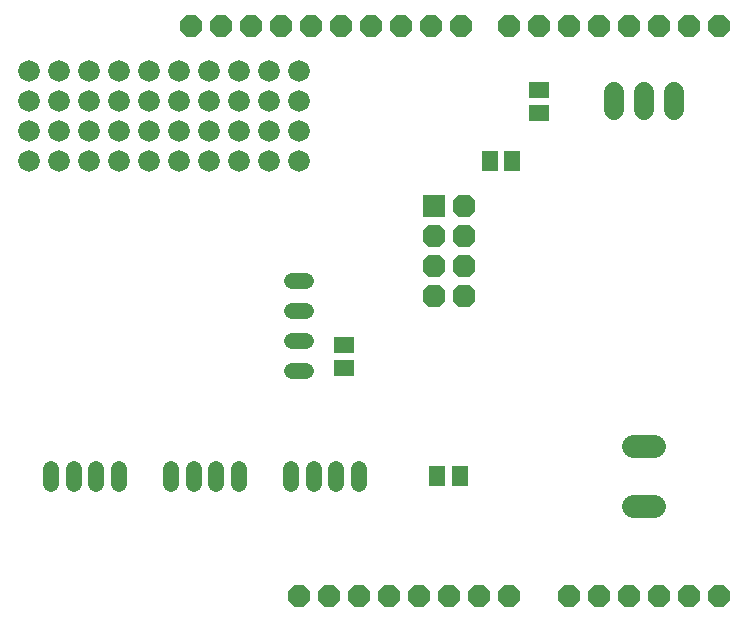
<source format=gbs>
G04 This is an RS-274x file exported by *
G04 gerbv version 2.6.1 *
G04 More information is available about gerbv at *
G04 http://gerbv.geda-project.org/ *
G04 --End of header info--*
%MOIN*%
%FSLAX34Y34*%
%IPPOS*%
G04 --Define apertures--*
%ADD10C,0.1320*%
%AMMACRO11*
5,1,8,0.000000,0.000000,0.077932,22.500000*
%
%ADD11MACRO11*%
%ADD12C,0.0532*%
%ADD13R,0.0760X0.0760*%
%AMMACRO14*
5,1,8,0.000000,0.000000,0.082262,22.500000*
%
%ADD14MACRO14*%
%ADD15R,0.0651X0.0572*%
%ADD16R,0.0690X0.0572*%
%ADD17R,0.0572X0.0690*%
%ADD18C,0.0769*%
%ADD19C,0.0660*%
%ADD20C,0.0436*%
%ADD21C,0.0720*%
G04 --Start main section--*
G54D11*
G01X0027260Y0001500D03*
G01X0026260Y0001500D03*
G01X0025260Y0001500D03*
G01X0024260Y0001500D03*
G01X0023260Y0001500D03*
G01X0022260Y0001500D03*
G01X0020260Y0001500D03*
G01X0019260Y0001500D03*
G01X0018260Y0001500D03*
G01X0017260Y0001500D03*
G01X0016260Y0001500D03*
G01X0015260Y0001500D03*
G01X0014260Y0001500D03*
G01X0013260Y0001500D03*
G01X0013660Y0020500D03*
G01X0012659Y0020500D03*
G01X0011660Y0020500D03*
G01X0010660Y0020500D03*
G01X0009660Y0020500D03*
G01X0014660Y0020500D03*
G01X0015660Y0020500D03*
G01X0016660Y0020500D03*
G01X0017660Y0020500D03*
G01X0018660Y0020500D03*
G01X0020260Y0020500D03*
G01X0021260Y0020500D03*
G01X0022260Y0020500D03*
G01X0023260Y0020500D03*
G01X0024260Y0020500D03*
G01X0025260Y0020500D03*
G01X0026260Y0020500D03*
G01X0027260Y0020500D03*
G54D12*
G01X0013496Y0012000D02*
G01X0013023Y0012000D01*
G01X0013023Y0011000D02*
G01X0013496Y0011000D01*
G01X0013496Y0010000D02*
G01X0013023Y0010000D01*
G01X0013023Y0009000D02*
G01X0013496Y0009000D01*
G01X0013760Y0005736D02*
G01X0013760Y0005264D01*
G01X0013010Y0005264D02*
G01X0013010Y0005736D01*
G01X0014510Y0005736D02*
G01X0014510Y0005264D01*
G01X0015260Y0005264D02*
G01X0015260Y0005736D01*
G01X0011260Y0005736D02*
G01X0011260Y0005264D01*
G01X0010510Y0005264D02*
G01X0010510Y0005736D01*
G01X0009760Y0005736D02*
G01X0009760Y0005264D01*
G01X0009010Y0005264D02*
G01X0009010Y0005736D01*
G01X0007260Y0005736D02*
G01X0007260Y0005264D01*
G01X0006510Y0005264D02*
G01X0006510Y0005736D01*
G01X0005760Y0005736D02*
G01X0005760Y0005264D01*
G01X0005010Y0005264D02*
G01X0005010Y0005736D01*
G54D13*
G01X0017760Y0014500D03*
G54D14*
G01X0018760Y0014500D03*
G01X0018760Y0013500D03*
G01X0017760Y0013500D03*
G01X0017760Y0012500D03*
G01X0018760Y0012500D03*
G01X0018760Y0011500D03*
G01X0017760Y0011500D03*
G54D15*
G01X0014760Y0009874D03*
G01X0014760Y0009126D03*
G54D16*
G01X0021260Y0017626D03*
G01X0021260Y0018374D03*
G54D17*
G01X0020384Y0016000D03*
G01X0019636Y0016000D03*
G01X0018634Y0005500D03*
G01X0017886Y0005500D03*
G54D18*
G01X0024405Y0004500D02*
G01X0025114Y0004500D01*
G01X0025114Y0006500D02*
G01X0024405Y0006500D01*
G54D19*
G01X0024760Y0017700D02*
G01X0024760Y0018300D01*
G01X0025760Y0018300D02*
G01X0025760Y0017700D01*
G01X0023760Y0017700D02*
G01X0023760Y0018300D01*
G54D21*
G01X0013260Y0016000D03*
G01X0012260Y0016000D03*
G01X0011260Y0016000D03*
G01X0010260Y0016000D03*
G01X0009260Y0016000D03*
G01X0008260Y0016000D03*
G01X0007260Y0016000D03*
G01X0006260Y0016000D03*
G01X0005260Y0016000D03*
G01X0004260Y0016000D03*
G01X0004260Y0017000D03*
G01X0005260Y0017000D03*
G01X0005260Y0018000D03*
G01X0004260Y0018000D03*
G01X0004260Y0019000D03*
G01X0005260Y0019000D03*
G01X0006260Y0019000D03*
G01X0007260Y0019000D03*
G01X0007260Y0018000D03*
G01X0006260Y0018000D03*
G01X0006260Y0017000D03*
G01X0007260Y0017000D03*
G01X0008260Y0017000D03*
G01X0009260Y0017000D03*
G01X0010260Y0017000D03*
G01X0010260Y0018000D03*
G01X0009260Y0018000D03*
G01X0008260Y0018000D03*
G01X0008260Y0019000D03*
G01X0009260Y0019000D03*
G01X0010260Y0019000D03*
G01X0011260Y0019000D03*
G01X0012260Y0019000D03*
G01X0012260Y0018000D03*
G01X0011260Y0018000D03*
G01X0011260Y0017000D03*
G01X0012260Y0017000D03*
G01X0013260Y0017000D03*
G01X0013260Y0018000D03*
G01X0013260Y0019000D03*
M02*

</source>
